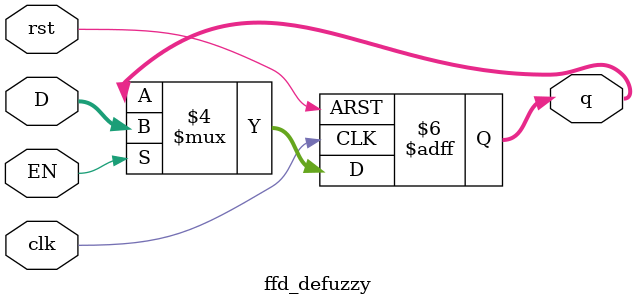
<source format=v>
module ffd_defuzzy (q, D, clk, EN ,rst);
    output reg [7:0] q;
    input [7:0] D;
	 input clk, rst, EN;
   
   always @(posedge(clk), posedge(rst)) begin
      if 		(rst==1'b1) 	q <= 1'b0; 
		else if	(EN==1'b1) 		q <= D;
		//else							q <= 1'bz;		HABILITE PARA FACILITAR O DEBUG NA SIMULAÇÃO
	end

endmodule

</source>
